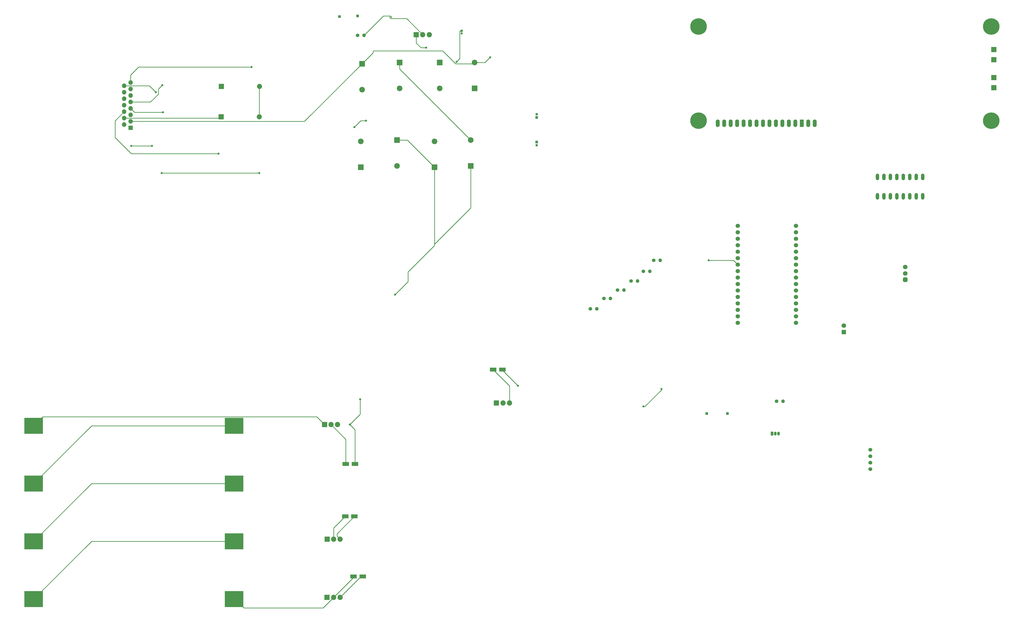
<source format=gbr>
%TF.GenerationSoftware,KiCad,Pcbnew,7.0.2-0*%
%TF.CreationDate,2023-05-09T19:36:01+07:00*%
%TF.ProjectId,esp32 wroom,65737033-3220-4777-926f-6f6d2e6b6963,rev?*%
%TF.SameCoordinates,Original*%
%TF.FileFunction,Copper,L1,Top*%
%TF.FilePolarity,Positive*%
%FSLAX46Y46*%
G04 Gerber Fmt 4.6, Leading zero omitted, Abs format (unit mm)*
G04 Created by KiCad (PCBNEW 7.0.2-0) date 2023-05-09 19:36:01*
%MOMM*%
%LPD*%
G01*
G04 APERTURE LIST*
G04 Aperture macros list*
%AMRoundRect*
0 Rectangle with rounded corners*
0 $1 Rounding radius*
0 $2 $3 $4 $5 $6 $7 $8 $9 X,Y pos of 4 corners*
0 Add a 4 corners polygon primitive as box body*
4,1,4,$2,$3,$4,$5,$6,$7,$8,$9,$2,$3,0*
0 Add four circle primitives for the rounded corners*
1,1,$1+$1,$2,$3*
1,1,$1+$1,$4,$5*
1,1,$1+$1,$6,$7*
1,1,$1+$1,$8,$9*
0 Add four rect primitives between the rounded corners*
20,1,$1+$1,$2,$3,$4,$5,0*
20,1,$1+$1,$4,$5,$6,$7,0*
20,1,$1+$1,$6,$7,$8,$9,0*
20,1,$1+$1,$8,$9,$2,$3,0*%
G04 Aperture macros list end*
%TA.AperFunction,ComponentPad*%
%ADD10R,1.000000X1.000000*%
%TD*%
%TA.AperFunction,ComponentPad*%
%ADD11C,1.400000*%
%TD*%
%TA.AperFunction,ComponentPad*%
%ADD12O,1.400000X1.400000*%
%TD*%
%TA.AperFunction,ComponentPad*%
%ADD13R,2.200000X2.200000*%
%TD*%
%TA.AperFunction,ComponentPad*%
%ADD14O,2.200000X2.200000*%
%TD*%
%TA.AperFunction,ComponentPad*%
%ADD15R,1.800000X1.800000*%
%TD*%
%TA.AperFunction,ComponentPad*%
%ADD16O,1.800000X1.800000*%
%TD*%
%TA.AperFunction,ComponentPad*%
%ADD17R,2.055000X2.055000*%
%TD*%
%TA.AperFunction,ComponentPad*%
%ADD18C,2.055000*%
%TD*%
%TA.AperFunction,ComponentPad*%
%ADD19R,2.000000X2.000000*%
%TD*%
%TA.AperFunction,ComponentPad*%
%ADD20O,2.000000X2.000000*%
%TD*%
%TA.AperFunction,SMDPad,CuDef*%
%ADD21RoundRect,0.250000X1.050000X0.550000X-1.050000X0.550000X-1.050000X-0.550000X1.050000X-0.550000X0*%
%TD*%
%TA.AperFunction,ComponentPad*%
%ADD22O,1.320800X2.641600*%
%TD*%
%TA.AperFunction,ComponentPad*%
%ADD23C,1.700000*%
%TD*%
%TA.AperFunction,ComponentPad*%
%ADD24R,1.050000X1.500000*%
%TD*%
%TA.AperFunction,ComponentPad*%
%ADD25O,1.050000X1.500000*%
%TD*%
%TA.AperFunction,ComponentPad*%
%ADD26RoundRect,0.450000X-0.450000X-0.450000X0.450000X-0.450000X0.450000X0.450000X-0.450000X0.450000X0*%
%TD*%
%TA.AperFunction,ComponentPad*%
%ADD27C,1.800000*%
%TD*%
%TA.AperFunction,SMDPad,CuDef*%
%ADD28R,7.340000X6.350000*%
%TD*%
%TA.AperFunction,ComponentPad*%
%ADD29R,0.850000X0.850000*%
%TD*%
%TA.AperFunction,ComponentPad*%
%ADD30O,0.850000X0.850000*%
%TD*%
%TA.AperFunction,SMDPad,CuDef*%
%ADD31RoundRect,0.100000X-0.130000X-0.100000X0.130000X-0.100000X0.130000X0.100000X-0.130000X0.100000X0*%
%TD*%
%TA.AperFunction,ComponentPad*%
%ADD32C,6.500000*%
%TD*%
%TA.AperFunction,ComponentPad*%
%ADD33R,1.500000X3.000000*%
%TD*%
%TA.AperFunction,ComponentPad*%
%ADD34O,1.500000X3.000000*%
%TD*%
%TA.AperFunction,ComponentPad*%
%ADD35C,1.530000*%
%TD*%
%TA.AperFunction,SMDPad,CuDef*%
%ADD36RoundRect,0.250000X-1.050000X-0.550000X1.050000X-0.550000X1.050000X0.550000X-1.050000X0.550000X0*%
%TD*%
%TA.AperFunction,ComponentPad*%
%ADD37O,1.000000X1.000000*%
%TD*%
%TA.AperFunction,ViaPad*%
%ADD38C,0.800000*%
%TD*%
%TA.AperFunction,Conductor*%
%ADD39C,0.250000*%
%TD*%
G04 APERTURE END LIST*
D10*
%TO.P,.2,1,Pin_1*%
%TO.N,5v*%
X138684000Y-15748000D03*
%TD*%
D11*
%TO.P,R4,1*%
%TO.N,/D14*%
X247954000Y-123190000D03*
D12*
%TO.P,R4,2*%
%TO.N,Net-(U6-IN3)*%
X250494000Y-123190000D03*
%TD*%
D13*
%TO.P,D6,1,K*%
%TO.N,Net-(D12-A)*%
X178054000Y-33782000D03*
D14*
%TO.P,D6,2,A*%
%TO.N,Earth*%
X178054000Y-43942000D03*
%TD*%
D15*
%TO.P,U6,1,SENSE_A*%
%TO.N,Earth*%
X56686000Y-59441000D03*
D16*
%TO.P,U6,2,OUT1*%
%TO.N,Net-(D3-K)*%
X54146000Y-58171000D03*
%TO.P,U6,3,OUT2*%
%TO.N,Net-(D10-A)*%
X56686000Y-56901000D03*
%TO.P,U6,4,Vs*%
%TO.N,/12v_wheel*%
X54146000Y-55631000D03*
%TO.P,U6,5,IN1*%
%TO.N,Net-(U6-IN1)*%
X56686000Y-54361000D03*
%TO.P,U6,6,EnA*%
%TO.N,Net-(U6-EnA)*%
X54146000Y-53091000D03*
%TO.P,U6,7,IN2*%
%TO.N,Net-(U6-IN2)*%
X56686000Y-51821000D03*
%TO.P,U6,8,GND*%
%TO.N,Earth*%
X54146000Y-50551000D03*
%TO.P,U6,9,Vss*%
%TO.N,5v*%
X56686000Y-49281000D03*
%TO.P,U6,10,IN3*%
%TO.N,Net-(U6-IN3)*%
X54146000Y-48011000D03*
%TO.P,U6,11,EnB*%
%TO.N,Net-(U6-EnB)*%
X56686000Y-46741000D03*
%TO.P,U6,12,IN4*%
%TO.N,Net-(U6-IN4)*%
X54146000Y-45471000D03*
%TO.P,U6,13,OUT3*%
%TO.N,Net-(D11-A)*%
X56686000Y-44201000D03*
%TO.P,U6,14,OUT4*%
%TO.N,Net-(D12-A)*%
X54146000Y-42931000D03*
%TO.P,U6,15,SENSE_B*%
%TO.N,Earth*%
X56686000Y-41661000D03*
%TD*%
D17*
%TO.P,VR2,1,INPUT*%
%TO.N,Net-(BT1-+)*%
X133858000Y-221079500D03*
D18*
%TO.P,VR2,2,GROUND*%
%TO.N,GND*%
X136408000Y-221079500D03*
%TO.P,VR2,3,OUTPUT*%
%TO.N,/5v_control*%
X138958000Y-221079500D03*
%TD*%
D19*
%TO.P,C2,1*%
%TO.N,5v*%
X92322000Y-43168500D03*
D20*
%TO.P,C2,2*%
%TO.N,Earth*%
X107322000Y-43168500D03*
%TD*%
D21*
%TO.P,C3,1*%
%TO.N,/12v_wheel*%
X144780000Y-191516000D03*
%TO.P,C3,2*%
%TO.N,GND*%
X141180000Y-191516000D03*
%TD*%
D17*
%TO.P,VR1,1,INPUT*%
%TO.N,Net-(J6-Pin_2)*%
X168890000Y-22860000D03*
D18*
%TO.P,VR1,2,GROUND*%
%TO.N,Earth*%
X171440000Y-22860000D03*
%TO.P,VR1,3,OUTPUT*%
%TO.N,5v*%
X173990000Y-22860000D03*
%TD*%
D22*
%TO.P,U2,1,A0*%
%TO.N,unconnected-(U2-A0-Pad1)*%
X367792000Y-78740000D03*
%TO.P,U2,2,A1*%
%TO.N,unconnected-(U2-A1-Pad2)*%
X365252000Y-78740000D03*
%TO.P,U2,3,A2*%
%TO.N,unconnected-(U2-A2-Pad3)*%
X362712000Y-78740000D03*
%TO.P,U2,4,P0*%
%TO.N,Net-(U1-RS)*%
X360172000Y-78740000D03*
%TO.P,U2,5,P1*%
%TO.N,Net-(U1-R{slash}~{W})*%
X357632000Y-78740000D03*
%TO.P,U2,6,P2*%
%TO.N,Net-(U1-E)*%
X355092000Y-78740000D03*
%TO.P,U2,7,P3*%
%TO.N,unconnected-(U2-P3-Pad7)*%
X352552000Y-78740000D03*
%TO.P,U2,8,VSS*%
%TO.N,GND*%
X350012000Y-78740000D03*
%TO.P,U2,9,P4*%
%TO.N,Net-(U1-DB4)*%
X350012000Y-86360000D03*
%TO.P,U2,10,P5*%
%TO.N,Net-(U1-DB5)*%
X352552000Y-86360000D03*
%TO.P,U2,11,P6*%
%TO.N,Net-(U1-DB6)*%
X355092000Y-86360000D03*
%TO.P,U2,12,P7*%
%TO.N,Net-(U1-DB7)*%
X357632000Y-86360000D03*
%TO.P,U2,13,~{INT}*%
%TO.N,unconnected-(U2-~{INT}-Pad13)*%
X360172000Y-86360000D03*
%TO.P,U2,14,SCL*%
%TO.N,/D22*%
X362712000Y-86360000D03*
%TO.P,U2,15,SDA*%
%TO.N,/D21*%
X365252000Y-86360000D03*
%TO.P,U2,16,VDD*%
%TO.N,/5v_lcd*%
X367792000Y-86360000D03*
%TD*%
D13*
%TO.P,D3,1,K*%
%TO.N,Net-(D3-K)*%
X147066000Y-74930000D03*
D14*
%TO.P,D3,2,A*%
%TO.N,Earth*%
X147066000Y-64770000D03*
%TD*%
D21*
%TO.P,C4,1*%
%TO.N,/5v_lcd*%
X147850000Y-235712000D03*
%TO.P,C4,2*%
%TO.N,GND*%
X144250000Y-235712000D03*
%TD*%
D10*
%TO.P,J2,1,Pin_1*%
%TO.N,/dust motor*%
X282956000Y-171704000D03*
%TD*%
D23*
%TO.P,U3,1,EN*%
%TO.N,unconnected-(U3-EN-Pad1)*%
X295173201Y-97951150D03*
%TO.P,U3,2,GPIO36*%
%TO.N,unconnected-(U3-GPIO36-Pad2)*%
X295173201Y-100491150D03*
%TO.P,U3,3,GPIO39*%
%TO.N,unconnected-(U3-GPIO39-Pad3)*%
X295173201Y-103031150D03*
%TO.P,U3,4,GPIO34*%
%TO.N,/D34*%
X295173201Y-105571150D03*
%TO.P,U3,5,GPIO35*%
%TO.N,/D35*%
X295173201Y-108111150D03*
%TO.P,U3,6,GPIO32*%
%TO.N,/D32*%
X295173201Y-110651150D03*
%TO.P,U3,7,GPIO33*%
%TO.N,/D33*%
X295173201Y-113191150D03*
%TO.P,U3,8,GPIO25*%
%TO.N,unconnected-(U3-GPIO25-Pad8)*%
X295173201Y-115731150D03*
%TO.P,U3,9,GPIO26*%
%TO.N,/D26*%
X295173201Y-118271150D03*
%TO.P,U3,10,GPIO27*%
%TO.N,/D27*%
X295173201Y-120811150D03*
%TO.P,U3,11,GPIO14*%
%TO.N,/D14*%
X295173201Y-123351150D03*
%TO.P,U3,12,GPIO12*%
%TO.N,/D12*%
X295173201Y-125891150D03*
%TO.P,U3,13,GPIO13*%
%TO.N,/D25*%
X295173201Y-128431150D03*
%TO.P,U3,14,VIN*%
%TO.N,/5v_control*%
X295173201Y-130971150D03*
%TO.P,U3,15,5V*%
%TO.N,5v*%
X295173201Y-133511150D03*
%TO.P,U3,16,GND*%
%TO.N,GND*%
X295173201Y-136051150D03*
%TO.P,U3,17,GPIO23*%
%TO.N,unconnected-(U3-GPIO23-Pad17)*%
X318011601Y-97939050D03*
%TO.P,U3,18,GPIO22*%
%TO.N,/D22*%
X318011601Y-100479050D03*
%TO.P,U3,19,TX0*%
%TO.N,unconnected-(U3-TX0-Pad19)*%
X318011601Y-103019050D03*
%TO.P,U3,20,RX0*%
%TO.N,unconnected-(U3-RX0-Pad20)*%
X318011601Y-105559050D03*
%TO.P,U3,21,GPIO21*%
%TO.N,/D21*%
X318011601Y-108099050D03*
%TO.P,U3,22,GPIO19*%
%TO.N,/D19*%
X318011601Y-110639050D03*
%TO.P,U3,23,GPIO18*%
%TO.N,/D18*%
X318011601Y-113179050D03*
%TO.P,U3,24,GPIO5*%
%TO.N,unconnected-(U3-GPIO5-Pad24)*%
X318011601Y-115719050D03*
%TO.P,U3,25,GPIO17*%
%TO.N,tx2*%
X318011601Y-118259050D03*
%TO.P,U3,26,GPIO16*%
%TO.N,rx2*%
X318011601Y-120799050D03*
%TO.P,U3,27,GPIO4*%
%TO.N,unconnected-(U3-GPIO4-Pad27)*%
X318011601Y-123339050D03*
%TO.P,U3,28,GPIO0*%
%TO.N,unconnected-(U3-GPIO0-Pad28)*%
X318011601Y-125879050D03*
%TO.P,U3,29,GPIO2*%
%TO.N,unconnected-(U3-GPIO2-Pad29)*%
X318011601Y-128419050D03*
%TO.P,U3,30,GPIO15*%
%TO.N,unconnected-(U3-GPIO15-Pad30)*%
X318011601Y-130959050D03*
%TO.P,U3,31,3V3*%
%TO.N,/3v3*%
X318011601Y-133499050D03*
%TO.P,U3,32,GND*%
%TO.N,/GND_1*%
X318011601Y-136039050D03*
%TD*%
D24*
%TO.P,Q1,1,C*%
%TO.N,Net-(J1-Pin_1)*%
X308610000Y-179578000D03*
D25*
%TO.P,Q1,2,B*%
%TO.N,Net-(Q1-B)*%
X309880000Y-179578000D03*
%TO.P,Q1,3,E*%
%TO.N,GND*%
X311150000Y-179578000D03*
%TD*%
D26*
%TO.P,RV1,1,1*%
%TO.N,/3v3*%
X360934000Y-119126000D03*
D27*
%TO.P,RV1,2,2*%
%TO.N,/D34*%
X360934000Y-116626000D03*
%TO.P,RV1,3,3*%
%TO.N,/GND_1*%
X360934000Y-114126000D03*
%TD*%
D13*
%TO.P,D5,1,K*%
%TO.N,Net-(D11-A)*%
X162306000Y-33782000D03*
D14*
%TO.P,D5,2,A*%
%TO.N,Earth*%
X162306000Y-43942000D03*
%TD*%
D11*
%TO.P,R7,1*%
%TO.N,/D25*%
X237236000Y-130556000D03*
D12*
%TO.P,R7,2*%
%TO.N,Net-(U6-EnB)*%
X239776000Y-130556000D03*
%TD*%
D28*
%TO.P,BT4,1,+*%
%TO.N,Net-(BT3--)*%
X18622000Y-244602000D03*
%TO.P,BT4,2,-*%
%TO.N,GND*%
X97282000Y-244602000D03*
%TD*%
D13*
%TO.P,D4,1,K*%
%TO.N,Net-(D10-A)*%
X147574000Y-34290000D03*
D14*
%TO.P,D4,2,A*%
%TO.N,Earth*%
X147574000Y-44450000D03*
%TD*%
D28*
%TO.P,BT1,1,+*%
%TO.N,Net-(BT1-+)*%
X18622000Y-176472000D03*
%TO.P,BT1,2,-*%
%TO.N,Net-(BT1--)*%
X97282000Y-176472000D03*
%TD*%
%TO.P,BT2,1,+*%
%TO.N,Net-(BT1--)*%
X18622000Y-199182000D03*
%TO.P,BT2,2,-*%
%TO.N,Net-(BT2--)*%
X97282000Y-199182000D03*
%TD*%
D13*
%TO.P,D9,1,K*%
%TO.N,/12v_wheel*%
X161290000Y-64262000D03*
D14*
%TO.P,D9,2,A*%
%TO.N,Net-(D3-K)*%
X161290000Y-74422000D03*
%TD*%
D29*
%TO.P,J6,1,Pin_1*%
%TO.N,/12v_wheel*%
X186726000Y-21344000D03*
D30*
%TO.P,J6,2,Pin_2*%
%TO.N,Net-(J6-Pin_2)*%
X186726000Y-22344000D03*
%TD*%
D11*
%TO.P,R5,1*%
%TO.N,/D27*%
X253288000Y-119634000D03*
D12*
%TO.P,R5,2*%
%TO.N,Net-(U6-IN2)*%
X255828000Y-119634000D03*
%TD*%
D31*
%TO.P,D7,1,K*%
%TO.N,Earth*%
X158521000Y-16002000D03*
%TO.P,D7,2,A*%
%TO.N,Net-(D7-A)*%
X159161000Y-16002000D03*
%TD*%
D17*
%TO.P,VR4,1,INPUT*%
%TO.N,Net-(BT1-+)*%
X200396000Y-167540500D03*
D18*
%TO.P,VR4,2,GROUND*%
%TO.N,GND*%
X202946000Y-167540500D03*
%TO.P,VR4,3,OUTPUT*%
%TO.N,/dust motor*%
X205496000Y-167540500D03*
%TD*%
D11*
%TO.P,R2,1*%
%TO.N,5v*%
X145846000Y-23114000D03*
D12*
%TO.P,R2,2*%
%TO.N,Net-(D7-A)*%
X148386000Y-23114000D03*
%TD*%
D32*
%TO.P,U1,*%
%TO.N,*%
X394794000Y-56658000D03*
X394794000Y-19658000D03*
X279794000Y-56658000D03*
X279794000Y-19658000D03*
D33*
%TO.P,U1,1,VSS*%
%TO.N,unconnected-(U1-VSS-Pad1)*%
X320294000Y-57658000D03*
D34*
%TO.P,U1,2,VDD*%
%TO.N,unconnected-(U1-VDD-Pad2)*%
X317754000Y-57658000D03*
%TO.P,U1,3,VO*%
%TO.N,unconnected-(U1-VO-Pad3)*%
X315214000Y-57658000D03*
%TO.P,U1,4,RS*%
%TO.N,Net-(U1-RS)*%
X312674000Y-57658000D03*
%TO.P,U1,5,R/~{W}*%
%TO.N,Net-(U1-R{slash}~{W})*%
X310134000Y-57658000D03*
%TO.P,U1,6,E*%
%TO.N,Net-(U1-E)*%
X307594000Y-57658000D03*
%TO.P,U1,7,DB0*%
%TO.N,unconnected-(U1-DB0-Pad7)*%
X305054000Y-57658000D03*
%TO.P,U1,8,DB1*%
%TO.N,unconnected-(U1-DB1-Pad8)*%
X302514000Y-57658000D03*
%TO.P,U1,9,DB2*%
%TO.N,unconnected-(U1-DB2-Pad9)*%
X299974000Y-57658000D03*
%TO.P,U1,10,DB3*%
%TO.N,unconnected-(U1-DB3-Pad10)*%
X297434000Y-57658000D03*
%TO.P,U1,11,DB4*%
%TO.N,Net-(U1-DB4)*%
X294894000Y-57658000D03*
%TO.P,U1,12,DB5*%
%TO.N,Net-(U1-DB5)*%
X292354000Y-57658000D03*
%TO.P,U1,13,DB6*%
%TO.N,Net-(U1-DB6)*%
X289814000Y-57658000D03*
%TO.P,U1,14,DB7*%
%TO.N,Net-(U1-DB7)*%
X287274000Y-57658000D03*
%TO.P,U1,15,A/VEE*%
%TO.N,unconnected-(U1-A{slash}VEE-Pad15)*%
X322834000Y-57658000D03*
%TO.P,U1,16,K*%
%TO.N,unconnected-(U1-K-Pad16)*%
X325374000Y-57658000D03*
D19*
%TO.P,U1,A1,A1*%
%TO.N,unconnected-(U1-PadA1)*%
X395794000Y-43658000D03*
%TO.P,U1,A2,A2*%
%TO.N,unconnected-(U1-PadA2)*%
X395794000Y-32658000D03*
%TO.P,U1,K1,K1*%
%TO.N,unconnected-(U1-PadK1)*%
X395794000Y-39658000D03*
%TO.P,U1,K2,K2*%
%TO.N,unconnected-(U1-PadK2)*%
X395794000Y-28658000D03*
%TD*%
D35*
%TO.P,U4,1,VCC*%
%TO.N,/3v3*%
X347237000Y-193548000D03*
%TO.P,U4,2,TRIG*%
%TO.N,/D32*%
X347237000Y-191008000D03*
%TO.P,U4,3,ECHO*%
%TO.N,/D35*%
X347237000Y-188468000D03*
%TO.P,U4,4,GND*%
%TO.N,/GND_1*%
X347237000Y-185928000D03*
%TD*%
D11*
%TO.P,R8,1*%
%TO.N,Net-(U6-EnA)*%
X262128000Y-111506000D03*
D12*
%TO.P,R8,2*%
%TO.N,/D33*%
X264668000Y-111506000D03*
%TD*%
D13*
%TO.P,D12,1,K*%
%TO.N,/12v_wheel*%
X176022000Y-74930000D03*
D14*
%TO.P,D12,2,A*%
%TO.N,Net-(D12-A)*%
X176022000Y-64770000D03*
%TD*%
D17*
%TO.P,U5,1,IN*%
%TO.N,Net-(BT1-+)*%
X132842000Y-176022000D03*
D18*
%TO.P,U5,2,GND*%
%TO.N,GND*%
X135392000Y-176022000D03*
%TO.P,U5,3,OUT*%
%TO.N,/12v_wheel*%
X137942000Y-176022000D03*
%TD*%
D13*
%TO.P,D10,1,K*%
%TO.N,/12v_wheel*%
X191770000Y-43942000D03*
D14*
%TO.P,D10,2,A*%
%TO.N,Net-(D10-A)*%
X191770000Y-33782000D03*
%TD*%
D13*
%TO.P,D11,1,K*%
%TO.N,/12v_wheel*%
X190246000Y-74422000D03*
D14*
%TO.P,D11,2,A*%
%TO.N,Net-(D11-A)*%
X190246000Y-64262000D03*
%TD*%
D11*
%TO.P,R1,1*%
%TO.N,Net-(Q1-B)*%
X310388000Y-166878000D03*
D12*
%TO.P,R1,2*%
%TO.N,/D18*%
X312928000Y-166878000D03*
%TD*%
D17*
%TO.P,VR3,1,INPUT*%
%TO.N,Net-(BT1-+)*%
X133848000Y-243939500D03*
D18*
%TO.P,VR3,2,GROUND*%
%TO.N,GND*%
X136398000Y-243939500D03*
%TO.P,VR3,3,OUTPUT*%
%TO.N,/5v_lcd*%
X138948000Y-243939500D03*
%TD*%
D19*
%TO.P,C1,1*%
%TO.N,/12v_wheel*%
X92202000Y-55118000D03*
D20*
%TO.P,C1,2*%
%TO.N,Earth*%
X107202000Y-55118000D03*
%TD*%
D28*
%TO.P,BT3,1,+*%
%TO.N,Net-(BT2--)*%
X18622000Y-221892000D03*
%TO.P,BT3,2,-*%
%TO.N,Net-(BT3--)*%
X97282000Y-221892000D03*
%TD*%
D10*
%TO.P,.1,1,Pin_1*%
%TO.N,5v*%
X145796000Y-15494000D03*
%TD*%
D21*
%TO.P,C7,1*%
%TO.N,/5v_control*%
X144570000Y-212090000D03*
%TO.P,C7,2*%
%TO.N,GND*%
X140970000Y-212090000D03*
%TD*%
D36*
%TO.P,C5,1*%
%TO.N,/dust motor*%
X199114000Y-154432000D03*
%TO.P,C5,2*%
%TO.N,GND*%
X202714000Y-154432000D03*
%TD*%
D10*
%TO.P,J1,1,Pin_1*%
%TO.N,Net-(J1-Pin_1)*%
X291084000Y-171704000D03*
%TD*%
D11*
%TO.P,R6,1*%
%TO.N,/D26*%
X258114000Y-115824000D03*
D12*
%TO.P,R6,2*%
%TO.N,Net-(U6-IN1)*%
X260654000Y-115824000D03*
%TD*%
D10*
%TO.P,J3,1,Pin_1*%
%TO.N,Net-(D3-K)*%
X216154000Y-65024000D03*
D37*
%TO.P,J3,2,Pin_2*%
%TO.N,Net-(D10-A)*%
X216154000Y-66294000D03*
%TD*%
D11*
%TO.P,R3,1*%
%TO.N,/D12*%
X242620000Y-126492000D03*
D12*
%TO.P,R3,2*%
%TO.N,Net-(U6-IN4)*%
X245160000Y-126492000D03*
%TD*%
D10*
%TO.P,J4,1,Pin_1*%
%TO.N,Net-(D11-A)*%
X216154000Y-55372000D03*
D37*
%TO.P,J4,2,Pin_2*%
%TO.N,Net-(D12-A)*%
X216154000Y-54102000D03*
%TD*%
D15*
%TO.P,D1,1,K*%
%TO.N,/GND_1*%
X336824000Y-139669000D03*
D27*
%TO.P,D1,2,A*%
%TO.N,/D19*%
X336824000Y-137129000D03*
%TD*%
D38*
%TO.N,5v*%
X69088000Y-42672000D03*
%TO.N,/12v_wheel*%
X142748000Y-176022000D03*
X160528000Y-124968000D03*
X146812000Y-166116000D03*
X149098000Y-56642000D03*
X144526000Y-59182000D03*
X184658000Y-33528000D03*
%TO.N,Earth*%
X104140000Y-35560000D03*
%TO.N,GND*%
X208788000Y-160782000D03*
%TO.N,Net-(D3-K)*%
X107188000Y-77216000D03*
X68834000Y-77216000D03*
%TO.N,Net-(D10-A)*%
X197866000Y-31750000D03*
%TO.N,Net-(D12-A)*%
X66548000Y-45466000D03*
%TO.N,Net-(J6-Pin_2)*%
X172720000Y-27940000D03*
%TO.N,/D33*%
X283718000Y-111506000D03*
%TO.N,/5v_control*%
X265176000Y-162052000D03*
X258064000Y-168910000D03*
%TO.N,Net-(U6-IN4)*%
X65024000Y-66548000D03*
X56896000Y-66548000D03*
%TO.N,Net-(U6-IN2)*%
X69342000Y-53340000D03*
%TO.N,Net-(U6-EnA)*%
X91186000Y-69596000D03*
%TD*%
D39*
%TO.N,Net-(BT1-+)*%
X129792000Y-172972000D02*
X132842000Y-176022000D01*
X22122000Y-172972000D02*
X129792000Y-172972000D01*
X18622000Y-176472000D02*
X22122000Y-172972000D01*
%TO.N,Net-(BT1--)*%
X18622000Y-199182000D02*
X41332000Y-176472000D01*
X41332000Y-176472000D02*
X97282000Y-176472000D01*
%TO.N,5v*%
X67564000Y-44196000D02*
X67564000Y-46228000D01*
X67564000Y-46228000D02*
X64511000Y-49281000D01*
X64511000Y-49281000D02*
X56686000Y-49281000D01*
X69088000Y-42672000D02*
X67564000Y-44196000D01*
%TO.N,Net-(BT2--)*%
X18622000Y-221892000D02*
X41332000Y-199182000D01*
X41332000Y-199182000D02*
X97282000Y-199182000D01*
%TO.N,/12v_wheel*%
X147066000Y-56642000D02*
X144526000Y-59182000D01*
X184658000Y-33528000D02*
X185976000Y-32210000D01*
X165608000Y-119888000D02*
X165608000Y-116078000D01*
X165608000Y-116078000D02*
X176022000Y-105664000D01*
X176022000Y-105156000D02*
X176022000Y-74930000D01*
X185976000Y-21419000D02*
X186051000Y-21344000D01*
X186051000Y-21344000D02*
X186726000Y-21344000D01*
X190246000Y-90932000D02*
X176022000Y-105156000D01*
X165354000Y-64262000D02*
X176022000Y-74930000D01*
X176022000Y-105664000D02*
X176022000Y-105156000D01*
X144780000Y-178054000D02*
X142748000Y-176022000D01*
X160528000Y-124968000D02*
X165608000Y-119888000D01*
X92202000Y-55118000D02*
X91689000Y-55631000D01*
X146812000Y-166116000D02*
X146812000Y-166370000D01*
X161290000Y-64262000D02*
X165354000Y-64262000D01*
X144780000Y-191516000D02*
X144780000Y-178054000D01*
X142748000Y-176022000D02*
X146812000Y-171958000D01*
X146812000Y-171958000D02*
X146812000Y-166116000D01*
X91689000Y-55631000D02*
X54146000Y-55631000D01*
X185976000Y-32210000D02*
X185976000Y-21419000D01*
X190246000Y-74422000D02*
X190246000Y-90932000D01*
X149098000Y-56642000D02*
X147066000Y-56642000D01*
%TO.N,Net-(BT3--)*%
X97282000Y-221892000D02*
X41332000Y-221892000D01*
X41332000Y-221892000D02*
X18622000Y-244602000D01*
%TO.N,Earth*%
X107202000Y-43288500D02*
X107322000Y-43168500D01*
X158521000Y-16193041D02*
X158521000Y-16002000D01*
X56686000Y-38658588D02*
X56686000Y-41661000D01*
X59784588Y-35560000D02*
X56686000Y-38658588D01*
X158854959Y-16527000D02*
X158521000Y-16193041D01*
X104140000Y-35560000D02*
X59784588Y-35560000D01*
X171440000Y-22860000D02*
X165107000Y-16527000D01*
X107202000Y-55118000D02*
X107202000Y-43288500D01*
X165107000Y-16527000D02*
X158854959Y-16527000D01*
%TO.N,/dust motor*%
X205496000Y-167540500D02*
X205496000Y-160814000D01*
X205496000Y-160814000D02*
X199114000Y-154432000D01*
%TO.N,/5v_lcd*%
X147175500Y-235712000D02*
X138948000Y-243939500D01*
X147850000Y-235712000D02*
X147175500Y-235712000D01*
%TO.N,GND*%
X97282000Y-244602000D02*
X97777000Y-244602000D01*
X202714000Y-154432000D02*
X202714000Y-154708000D01*
X136408000Y-216652000D02*
X136408000Y-221079500D01*
X208788000Y-160782000D02*
X208788000Y-160761192D01*
X144250000Y-236087500D02*
X136398000Y-243939500D01*
X141180000Y-181810000D02*
X135392000Y-176022000D01*
X144250000Y-235712000D02*
X144250000Y-236087500D01*
X140970000Y-212090000D02*
X136408000Y-216652000D01*
X101202000Y-248027000D02*
X132310500Y-248027000D01*
X132310500Y-248027000D02*
X136398000Y-243939500D01*
X202714000Y-154708000D02*
X208788000Y-160782000D01*
X141180000Y-191516000D02*
X141180000Y-181810000D01*
X97777000Y-244602000D02*
X101202000Y-248027000D01*
%TO.N,Net-(D3-K)*%
X69088000Y-77216000D02*
X68834000Y-77216000D01*
X68834000Y-77216000D02*
X107188000Y-77216000D01*
%TO.N,Net-(D10-A)*%
X147574000Y-34290000D02*
X151892000Y-29972000D01*
X179314695Y-29210000D02*
X184394695Y-34290000D01*
X56686000Y-56901000D02*
X124963000Y-56901000D01*
X184394695Y-34290000D02*
X191262000Y-34290000D01*
X195834000Y-33782000D02*
X191770000Y-33782000D01*
X151892000Y-29210000D02*
X179314695Y-29210000D01*
X151892000Y-29972000D02*
X151892000Y-29210000D01*
X124963000Y-56901000D02*
X147574000Y-34290000D01*
X197866000Y-31750000D02*
X195834000Y-33782000D01*
X191262000Y-34290000D02*
X191770000Y-33782000D01*
%TO.N,Net-(D11-A)*%
X162306000Y-33782000D02*
X162306000Y-36322000D01*
X162306000Y-36322000D02*
X190246000Y-64262000D01*
%TO.N,Net-(D12-A)*%
X64013000Y-42931000D02*
X54146000Y-42931000D01*
X66548000Y-45466000D02*
X64013000Y-42931000D01*
%TO.N,Net-(D7-A)*%
X156023000Y-15477000D02*
X148386000Y-23114000D01*
X159161000Y-15810959D02*
X158827041Y-15477000D01*
X158827041Y-15477000D02*
X156023000Y-15477000D01*
X159161000Y-16002000D02*
X159161000Y-15810959D01*
%TO.N,Net-(J6-Pin_2)*%
X170688000Y-27940000D02*
X168890000Y-26142000D01*
X168890000Y-26142000D02*
X168890000Y-22860000D01*
X172720000Y-27940000D02*
X170688000Y-27940000D01*
%TO.N,/D33*%
X293488051Y-111506000D02*
X295173201Y-113191150D01*
X283718000Y-111506000D02*
X293488051Y-111506000D01*
%TO.N,/5v_control*%
X265176000Y-162052000D02*
X265176000Y-162306000D01*
X137760500Y-219882000D02*
X138958000Y-221079500D01*
X258696691Y-168910000D02*
X265176000Y-162430691D01*
X258064000Y-168910000D02*
X258696691Y-168910000D01*
X137760500Y-218899500D02*
X137760500Y-219882000D01*
X144570000Y-212090000D02*
X137760500Y-218899500D01*
X265176000Y-162430691D02*
X265176000Y-162052000D01*
%TO.N,Net-(U6-IN4)*%
X65024000Y-66548000D02*
X56896000Y-66548000D01*
%TO.N,Net-(U6-IN2)*%
X58205000Y-53340000D02*
X56686000Y-51821000D01*
X69342000Y-53340000D02*
X58205000Y-53340000D01*
%TO.N,Net-(U6-EnA)*%
X91186000Y-69596000D02*
X56896000Y-69596000D01*
X50546000Y-63246000D02*
X50546000Y-56691000D01*
X56896000Y-69596000D02*
X50546000Y-63246000D01*
X50546000Y-56691000D02*
X54146000Y-53091000D01*
%TD*%
M02*

</source>
